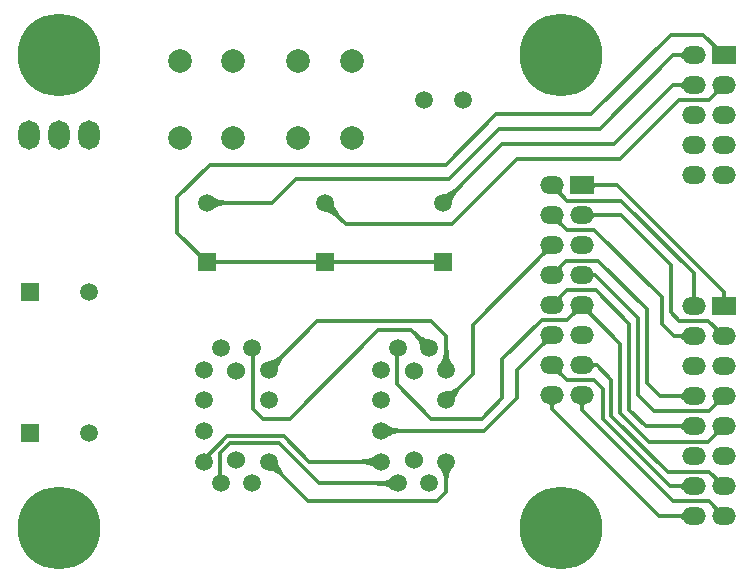
<source format=gbl>
G04 Layer_Physical_Order=2*
G04 Layer_Color=16711680*
%FSAX43Y43*%
%MOMM*%
G71*
G01*
G75*
%ADD10C,0.300*%
%ADD11C,7.000*%
%ADD12C,1.500*%
%ADD13C,1.524*%
%ADD14R,1.500X1.500*%
%ADD15C,2.000*%
%ADD16R,1.500X1.500*%
%ADD17O,1.800X2.500*%
%ADD18O,2.000X1.500*%
%ADD19R,2.000X1.500*%
G36*
X-0007224Y0015831D02*
X-0007227Y0015860D01*
X-0007238Y0015885D01*
X-0007256Y0015907D01*
X-0007280Y0015927D01*
X-0007312Y0015943D01*
X-0007350Y0015956D01*
X-0007396Y0015967D01*
X-0007449Y0015974D01*
X-0007508Y0015979D01*
X-0007575Y0015980D01*
Y0016280D01*
X-0007508Y0016281D01*
X-0007396Y0016293D01*
X-0007350Y0016304D01*
X-0007312Y0016317D01*
X-0007280Y0016333D01*
X-0007256Y0016353D01*
X-0007238Y0016375D01*
X-0007227Y0016400D01*
X-0007224Y0016429D01*
Y0015831D01*
D02*
G37*
G36*
X-0017456Y0018310D02*
X-0017472Y0018289D01*
X-0017479Y0018265D01*
X-0017479Y0018238D01*
X-0017472Y0018207D01*
X-0017456Y0018172D01*
X-0017433Y0018134D01*
X-0017402Y0018093D01*
X-0017364Y0018048D01*
X-0017318Y0018000D01*
X-0017584Y0017841D01*
X-0017633Y0017889D01*
X-0017725Y0017964D01*
X-0017767Y0017992D01*
X-0017807Y0018013D01*
X-0017845Y0018027D01*
X-0017880Y0018035D01*
X-0017913Y0018037D01*
X-0017943Y0018031D01*
X-0017971Y0018019D01*
X-0017433Y0018327D01*
X-0017456Y0018310D01*
D02*
G37*
G36*
X-0025544Y0017243D02*
X-0025724Y0017058D01*
X-0026152Y0016556D01*
X-0026257Y0016406D01*
X-0026343Y0016265D01*
X-0026411Y0016132D01*
X-0026459Y0016009D01*
X-0026489Y0015894D01*
X-0026500Y0015788D01*
X-0027207Y0016549D01*
X-0027100Y0016553D01*
X-0026984Y0016576D01*
X-0026860Y0016619D01*
X-0026727Y0016681D01*
X-0026585Y0016763D01*
X-0026434Y0016865D01*
X-0026275Y0016986D01*
X-0025931Y0017286D01*
X-0025746Y0017466D01*
X-0025544Y0017243D01*
D02*
G37*
G36*
X-0015479Y0015474D02*
X-0015504Y0015465D01*
X-0015527Y0015450D01*
X-0015546Y0015428D01*
X-0015563Y0015400D01*
X-0015576Y0015367D01*
X-0015587Y0015326D01*
X-0015594Y0015280D01*
X-0015599Y0015228D01*
X-0015600Y0015169D01*
X-0015900D01*
X-0015901Y0015228D01*
X-0015906Y0015280D01*
X-0015913Y0015326D01*
X-0015924Y0015367D01*
X-0015937Y0015400D01*
X-0015954Y0015428D01*
X-0015973Y0015450D01*
X-0015996Y0015465D01*
X-0016021Y0015474D01*
X-0016050Y0015477D01*
X-0015450D01*
X-0015479Y0015474D01*
D02*
G37*
G36*
X-0004069Y0015389D02*
X-0004097Y0015401D01*
X-0004127Y0015407D01*
X-0004160Y0015405D01*
X-0004195Y0015397D01*
X-0004233Y0015383D01*
X-0004273Y0015362D01*
X-0004315Y0015334D01*
X-0004360Y0015300D01*
X-0004407Y0015259D01*
X-0004456Y0015211D01*
X-0004722Y0015370D01*
X-0004676Y0015418D01*
X-0004638Y0015463D01*
X-0004607Y0015504D01*
X-0004584Y0015542D01*
X-0004568Y0015577D01*
X-0004561Y0015608D01*
X-0004561Y0015635D01*
X-0004568Y0015659D01*
X-0004584Y0015680D01*
X-0004607Y0015697D01*
X-0004069Y0015389D01*
D02*
G37*
G36*
X-0040564Y0019874D02*
X-0040743Y0019690D01*
X-0041165Y0019188D01*
X-0041269Y0019037D01*
X-0041353Y0018894D01*
X-0041418Y0018760D01*
X-0041464Y0018634D01*
X-0041492Y0018517D01*
X-0041500Y0018407D01*
X-0042243Y0019150D01*
X-0042133Y0019158D01*
X-0042016Y0019186D01*
X-0041890Y0019232D01*
X-0041756Y0019297D01*
X-0041613Y0019381D01*
X-0041462Y0019485D01*
X-0041303Y0019607D01*
X-0040960Y0019907D01*
X-0040776Y0020086D01*
X-0040564Y0019874D01*
D02*
G37*
G36*
X-0018609Y0020559D02*
X-0018637Y0020571D01*
X-0018667Y0020577D01*
X-0018700Y0020575D01*
X-0018735Y0020567D01*
X-0018773Y0020553D01*
X-0018813Y0020532D01*
X-0018855Y0020504D01*
X-0018900Y0020470D01*
X-0018947Y0020429D01*
X-0018996Y0020381D01*
X-0019262Y0020540D01*
X-0019216Y0020588D01*
X-0019178Y0020633D01*
X-0019147Y0020674D01*
X-0019124Y0020712D01*
X-0019108Y0020747D01*
X-0019101Y0020778D01*
X-0019101Y0020805D01*
X-0019108Y0020829D01*
X-0019124Y0020850D01*
X-0019147Y0020867D01*
X-0018609Y0020559D01*
D02*
G37*
G36*
X-0007224Y0020911D02*
X-0007227Y0020940D01*
X-0007238Y0020965D01*
X-0007256Y0020987D01*
X-0007280Y0021007D01*
X-0007312Y0021023D01*
X-0007350Y0021036D01*
X-0007396Y0021047D01*
X-0007449Y0021054D01*
X-0007508Y0021059D01*
X-0007575Y0021060D01*
Y0021360D01*
X-0007508Y0021361D01*
X-0007396Y0021373D01*
X-0007350Y0021384D01*
X-0007312Y0021397D01*
X-0007280Y0021413D01*
X-0007256Y0021433D01*
X-0007238Y0021455D01*
X-0007227Y0021480D01*
X-0007224Y0021509D01*
Y0020911D01*
D02*
G37*
G36*
X-0029919Y0021686D02*
X-0029451Y0021287D01*
X-0029313Y0021192D01*
X-0029186Y0021116D01*
X-0029067Y0021058D01*
X-0028958Y0021019D01*
X-0028858Y0020998D01*
X-0028768Y0020997D01*
X-0029447Y0020318D01*
X-0029448Y0020408D01*
X-0029469Y0020508D01*
X-0029508Y0020617D01*
X-0029566Y0020736D01*
X-0029642Y0020863D01*
X-0029737Y0021001D01*
X-0029852Y0021147D01*
X-0030136Y0021469D01*
X-0030306Y0021644D01*
X-0030094Y0021856D01*
X-0029919Y0021686D01*
D02*
G37*
G36*
X-0014792Y0018982D02*
X-0014784Y0018967D01*
X-0014769Y0018953D01*
X-0014749Y0018942D01*
X-0014724Y0018932D01*
X-0014692Y0018924D01*
X-0014655Y0018918D01*
X-0014613Y0018914D01*
X-0014510Y0018910D01*
Y0018610D01*
X-0014564Y0018609D01*
X-0014655Y0018602D01*
X-0014692Y0018596D01*
X-0014724Y0018588D01*
X-0014749Y0018578D01*
X-0014769Y0018567D01*
X-0014784Y0018553D01*
X-0014792Y0018538D01*
X-0014795Y0018521D01*
Y0018999D01*
X-0014792Y0018982D01*
D02*
G37*
G36*
X-0027096Y0020378D02*
X-0027040Y0019724D01*
X-0027006Y0019544D01*
X-0026965Y0019384D01*
X-0026916Y0019243D01*
X-0026860Y0019121D01*
X-0026796Y0019019D01*
X-0026725Y0018936D01*
X-0027775D01*
X-0027704Y0019019D01*
X-0027640Y0019121D01*
X-0027584Y0019243D01*
X-0027535Y0019384D01*
X-0027494Y0019544D01*
X-0027460Y0019724D01*
X-0027434Y0019923D01*
X-0027404Y0020378D01*
X-0027400Y0020635D01*
X-0027100D01*
X-0027096Y0020378D01*
D02*
G37*
G36*
X-0018019Y0015474D02*
X-0018044Y0015465D01*
X-0018067Y0015450D01*
X-0018086Y0015428D01*
X-0018103Y0015400D01*
X-0018116Y0015367D01*
X-0018127Y0015326D01*
X-0018134Y0015280D01*
X-0018139Y0015228D01*
X-0018140Y0015169D01*
X-0018440D01*
X-0018441Y0015228D01*
X-0018446Y0015280D01*
X-0018453Y0015326D01*
X-0018464Y0015367D01*
X-0018477Y0015400D01*
X-0018494Y0015428D01*
X-0018513Y0015450D01*
X-0018536Y0015465D01*
X-0018561Y0015474D01*
X-0018590Y0015477D01*
X-0017990D01*
X-0018019Y0015474D01*
D02*
G37*
G36*
X-0031836Y0008225D02*
X-0031919Y0008296D01*
X-0032021Y0008360D01*
X-0032143Y0008416D01*
X-0032284Y0008465D01*
X-0032444Y0008506D01*
X-0032624Y0008540D01*
X-0032823Y0008566D01*
X-0033278Y0008596D01*
X-0033535Y0008600D01*
Y0008900D01*
X-0033278Y0008904D01*
X-0032624Y0008960D01*
X-0032444Y0008994D01*
X-0032284Y0009035D01*
X-0032143Y0009084D01*
X-0032021Y0009140D01*
X-0031919Y0009204D01*
X-0031836Y0009275D01*
Y0008225D01*
D02*
G37*
G36*
X-0026796Y0009981D02*
X-0026860Y0009879D01*
X-0026916Y0009757D01*
X-0026965Y0009616D01*
X-0027006Y0009456D01*
X-0027040Y0009276D01*
X-0027066Y0009077D01*
X-0027096Y0008622D01*
X-0027100Y0008365D01*
X-0027400D01*
X-0027404Y0008622D01*
X-0027460Y0009276D01*
X-0027494Y0009456D01*
X-0027535Y0009616D01*
X-0027584Y0009757D01*
X-0027640Y0009879D01*
X-0027704Y0009981D01*
X-0027775Y0010064D01*
X-0026725D01*
X-0026796Y0009981D01*
D02*
G37*
G36*
X-0007224Y0008211D02*
X-0007227Y0008240D01*
X-0007238Y0008265D01*
X-0007256Y0008287D01*
X-0007280Y0008307D01*
X-0007312Y0008323D01*
X-0007350Y0008336D01*
X-0007396Y0008347D01*
X-0007449Y0008354D01*
X-0007508Y0008359D01*
X-0007575Y0008360D01*
Y0008660D01*
X-0007508Y0008661D01*
X-0007396Y0008673D01*
X-0007350Y0008684D01*
X-0007312Y0008697D01*
X-0007280Y0008713D01*
X-0007256Y0008733D01*
X-0007238Y0008755D01*
X-0007227Y0008780D01*
X-0007224Y0008809D01*
Y0008211D01*
D02*
G37*
G36*
Y0005671D02*
X-0007227Y0005700D01*
X-0007238Y0005725D01*
X-0007256Y0005747D01*
X-0007280Y0005767D01*
X-0007312Y0005783D01*
X-0007350Y0005796D01*
X-0007396Y0005807D01*
X-0007449Y0005814D01*
X-0007508Y0005819D01*
X-0007575Y0005820D01*
Y0006120D01*
X-0007508Y0006121D01*
X-0007396Y0006133D01*
X-0007350Y0006144D01*
X-0007312Y0006157D01*
X-0007280Y0006173D01*
X-0007256Y0006193D01*
X-0007238Y0006215D01*
X-0007227Y0006240D01*
X-0007224Y0006269D01*
Y0005671D01*
D02*
G37*
G36*
X-0004407Y0006841D02*
X-0004315Y0006766D01*
X-0004273Y0006738D01*
X-0004233Y0006717D01*
X-0004195Y0006703D01*
X-0004160Y0006695D01*
X-0004127Y0006693D01*
X-0004097Y0006699D01*
X-0004069Y0006711D01*
X-0004607Y0006403D01*
X-0004584Y0006420D01*
X-0004568Y0006441D01*
X-0004561Y0006465D01*
X-0004561Y0006492D01*
X-0004568Y0006523D01*
X-0004584Y0006558D01*
X-0004607Y0006596D01*
X-0004638Y0006637D01*
X-0004676Y0006682D01*
X-0004722Y0006730D01*
X-0004456Y0006889D01*
X-0004407Y0006841D01*
D02*
G37*
G36*
X-0041492Y0010483D02*
X-0041464Y0010366D01*
X-0041418Y0010240D01*
X-0041353Y0010106D01*
X-0041269Y0009963D01*
X-0041165Y0009812D01*
X-0041043Y0009653D01*
X-0040743Y0009310D01*
X-0040564Y0009126D01*
X-0040776Y0008914D01*
X-0040960Y0009093D01*
X-0041462Y0009515D01*
X-0041613Y0009619D01*
X-0041756Y0009703D01*
X-0041890Y0009768D01*
X-0042016Y0009814D01*
X-0042133Y0009842D01*
X-0042243Y0009850D01*
X-0041500Y0010592D01*
X-0041492Y0010483D01*
D02*
G37*
G36*
X-0004069Y0012849D02*
X-0004097Y0012861D01*
X-0004127Y0012867D01*
X-0004160Y0012865D01*
X-0004195Y0012857D01*
X-0004233Y0012843D01*
X-0004273Y0012822D01*
X-0004315Y0012794D01*
X-0004360Y0012760D01*
X-0004407Y0012719D01*
X-0004456Y0012671D01*
X-0004722Y0012830D01*
X-0004676Y0012878D01*
X-0004638Y0012923D01*
X-0004607Y0012964D01*
X-0004584Y0013002D01*
X-0004568Y0013037D01*
X-0004561Y0013068D01*
X-0004561Y0013095D01*
X-0004568Y0013119D01*
X-0004584Y0013140D01*
X-0004607Y0013157D01*
X-0004069Y0012849D01*
D02*
G37*
G36*
X-0007224Y0013291D02*
X-0007227Y0013320D01*
X-0007238Y0013345D01*
X-0007256Y0013367D01*
X-0007280Y0013387D01*
X-0007312Y0013403D01*
X-0007350Y0013416D01*
X-0007396Y0013427D01*
X-0007449Y0013434D01*
X-0007508Y0013439D01*
X-0007575Y0013440D01*
Y0013740D01*
X-0007508Y0013741D01*
X-0007396Y0013753D01*
X-0007350Y0013764D01*
X-0007312Y0013777D01*
X-0007280Y0013793D01*
X-0007256Y0013813D01*
X-0007238Y0013835D01*
X-0007227Y0013860D01*
X-0007224Y0013889D01*
Y0013291D01*
D02*
G37*
G36*
X-0032131Y0013654D02*
X-0032029Y0013590D01*
X-0031907Y0013534D01*
X-0031766Y0013485D01*
X-0031606Y0013444D01*
X-0031426Y0013410D01*
X-0031227Y0013384D01*
X-0030772Y0013354D01*
X-0030515Y0013350D01*
Y0013050D01*
X-0030772Y0013046D01*
X-0031426Y0012990D01*
X-0031606Y0012956D01*
X-0031766Y0012915D01*
X-0031907Y0012866D01*
X-0032029Y0012810D01*
X-0032131Y0012746D01*
X-0032214Y0012675D01*
Y0013725D01*
X-0032131Y0013654D01*
D02*
G37*
G36*
X-0004407Y0009381D02*
X-0004315Y0009306D01*
X-0004273Y0009278D01*
X-0004233Y0009257D01*
X-0004195Y0009243D01*
X-0004160Y0009235D01*
X-0004127Y0009233D01*
X-0004097Y0009239D01*
X-0004069Y0009251D01*
X-0004607Y0008943D01*
X-0004584Y0008960D01*
X-0004568Y0008981D01*
X-0004561Y0009005D01*
X-0004561Y0009032D01*
X-0004568Y0009063D01*
X-0004584Y0009098D01*
X-0004607Y0009136D01*
X-0004638Y0009177D01*
X-0004676Y0009222D01*
X-0004722Y0009270D01*
X-0004456Y0009429D01*
X-0004407Y0009381D01*
D02*
G37*
G36*
X-0033286Y0010075D02*
X-0033369Y0010146D01*
X-0033471Y0010210D01*
X-0033593Y0010266D01*
X-0033734Y0010315D01*
X-0033894Y0010356D01*
X-0034074Y0010390D01*
X-0034273Y0010416D01*
X-0034728Y0010446D01*
X-0034985Y0010450D01*
Y0010750D01*
X-0034728Y0010754D01*
X-0034074Y0010810D01*
X-0033894Y0010844D01*
X-0033734Y0010885D01*
X-0033593Y0010934D01*
X-0033471Y0010990D01*
X-0033369Y0011054D01*
X-0033286Y0011125D01*
Y0010075D01*
D02*
G37*
G36*
X-0004407Y0022081D02*
X-0004315Y0022006D01*
X-0004273Y0021978D01*
X-0004233Y0021957D01*
X-0004195Y0021943D01*
X-0004160Y0021935D01*
X-0004127Y0021933D01*
X-0004097Y0021939D01*
X-0004069Y0021951D01*
X-0004607Y0021643D01*
X-0004584Y0021660D01*
X-0004568Y0021681D01*
X-0004561Y0021705D01*
X-0004561Y0021732D01*
X-0004568Y0021763D01*
X-0004584Y0021798D01*
X-0004607Y0021836D01*
X-0004638Y0021877D01*
X-0004676Y0021922D01*
X-0004722Y0021970D01*
X-0004456Y0022129D01*
X-0004407Y0022081D01*
D02*
G37*
G36*
X-0046881Y0032954D02*
X-0046779Y0032890D01*
X-0046657Y0032834D01*
X-0046516Y0032785D01*
X-0046356Y0032744D01*
X-0046176Y0032710D01*
X-0045977Y0032684D01*
X-0045522Y0032654D01*
X-0045265Y0032650D01*
Y0032350D01*
X-0045522Y0032346D01*
X-0046176Y0032290D01*
X-0046356Y0032256D01*
X-0046516Y0032215D01*
X-0046657Y0032166D01*
X-0046779Y0032110D01*
X-0046881Y0032046D01*
X-0046964Y0031975D01*
Y0033025D01*
X-0046881Y0032954D01*
D02*
G37*
G36*
X-0025814Y0033974D02*
X-0025993Y0033790D01*
X-0026415Y0033288D01*
X-0026519Y0033137D01*
X-0026603Y0032994D01*
X-0026668Y0032860D01*
X-0026714Y0032734D01*
X-0026742Y0032617D01*
X-0026750Y0032507D01*
X-0027493Y0033250D01*
X-0027383Y0033258D01*
X-0027266Y0033286D01*
X-0027140Y0033332D01*
X-0027006Y0033397D01*
X-0026863Y0033481D01*
X-0026712Y0033585D01*
X-0026553Y0033707D01*
X-0026210Y0034007D01*
X-0026026Y0034186D01*
X-0025814Y0033974D01*
D02*
G37*
G36*
X-0014813Y0031730D02*
X-0014802Y0031705D01*
X-0014784Y0031683D01*
X-0014760Y0031663D01*
X-0014728Y0031647D01*
X-0014690Y0031634D01*
X-0014644Y0031623D01*
X-0014591Y0031616D01*
X-0014532Y0031611D01*
X-0014465Y0031610D01*
Y0031310D01*
X-0014532Y0031309D01*
X-0014644Y0031297D01*
X-0014690Y0031286D01*
X-0014728Y0031273D01*
X-0014760Y0031257D01*
X-0014784Y0031237D01*
X-0014802Y0031215D01*
X-0014813Y0031190D01*
X-0014816Y0031161D01*
Y0031759D01*
X-0014813Y0031730D01*
D02*
G37*
G36*
X-0017456Y0031010D02*
X-0017472Y0030989D01*
X-0017479Y0030965D01*
X-0017479Y0030938D01*
X-0017472Y0030907D01*
X-0017456Y0030872D01*
X-0017433Y0030834D01*
X-0017402Y0030793D01*
X-0017364Y0030748D01*
X-0017318Y0030700D01*
X-0017584Y0030541D01*
X-0017633Y0030589D01*
X-0017725Y0030664D01*
X-0017767Y0030692D01*
X-0017807Y0030713D01*
X-0017845Y0030727D01*
X-0017880Y0030735D01*
X-0017913Y0030737D01*
X-0017943Y0030731D01*
X-0017971Y0030719D01*
X-0017433Y0031027D01*
X-0017456Y0031010D01*
D02*
G37*
G36*
X-0036742Y0032383D02*
X-0036714Y0032266D01*
X-0036668Y0032140D01*
X-0036603Y0032006D01*
X-0036519Y0031863D01*
X-0036415Y0031712D01*
X-0036293Y0031553D01*
X-0035993Y0031210D01*
X-0035814Y0031026D01*
X-0036026Y0030814D01*
X-0036210Y0030993D01*
X-0036712Y0031415D01*
X-0036863Y0031519D01*
X-0037006Y0031603D01*
X-0037140Y0031668D01*
X-0037266Y0031714D01*
X-0037383Y0031742D01*
X-0037493Y0031750D01*
X-0036750Y0032493D01*
X-0036742Y0032383D01*
D02*
G37*
G36*
X-0017456Y0033550D02*
X-0017472Y0033529D01*
X-0017479Y0033505D01*
X-0017479Y0033478D01*
X-0017472Y0033447D01*
X-0017456Y0033412D01*
X-0017433Y0033374D01*
X-0017402Y0033333D01*
X-0017364Y0033288D01*
X-0017318Y0033240D01*
X-0017584Y0033081D01*
X-0017633Y0033129D01*
X-0017725Y0033204D01*
X-0017767Y0033232D01*
X-0017807Y0033253D01*
X-0017845Y0033267D01*
X-0017880Y0033275D01*
X-0017913Y0033277D01*
X-0017943Y0033271D01*
X-0017971Y0033259D01*
X-0017433Y0033567D01*
X-0017456Y0033550D01*
D02*
G37*
G36*
X-0007224Y0044701D02*
X-0007227Y0044730D01*
X-0007238Y0044755D01*
X-0007256Y0044777D01*
X-0007280Y0044797D01*
X-0007312Y0044813D01*
X-0007350Y0044826D01*
X-0007396Y0044837D01*
X-0007449Y0044844D01*
X-0007508Y0044849D01*
X-0007575Y0044850D01*
Y0045150D01*
X-0007508Y0045151D01*
X-0007396Y0045163D01*
X-0007350Y0045174D01*
X-0007312Y0045187D01*
X-0007280Y0045203D01*
X-0007256Y0045223D01*
X-0007238Y0045245D01*
X-0007227Y0045270D01*
X-0007224Y0045299D01*
Y0044701D01*
D02*
G37*
G36*
X-0004454Y0045918D02*
X-0004411Y0045882D01*
X-0004369Y0045849D01*
X-0004326Y0045822D01*
X-0004284Y0045798D01*
X-0004241Y0045779D01*
X-0004199Y0045763D01*
X-0004157Y0045753D01*
X-0004114Y0045746D01*
X-0004072Y0045744D01*
X-0004747Y0045747D01*
X-0004748Y0045756D01*
X-0004754Y0045767D01*
X-0004762Y0045782D01*
X-0004775Y0045799D01*
X-0004809Y0045841D01*
X-0004858Y0045895D01*
X-0004921Y0045959D01*
X-0004497D01*
X-0004454Y0045918D01*
D02*
G37*
G36*
X-0007224Y0042161D02*
X-0007227Y0042190D01*
X-0007238Y0042215D01*
X-0007256Y0042237D01*
X-0007280Y0042257D01*
X-0007312Y0042273D01*
X-0007350Y0042286D01*
X-0007396Y0042297D01*
X-0007449Y0042304D01*
X-0007508Y0042309D01*
X-0007575Y0042310D01*
Y0042610D01*
X-0007508Y0042611D01*
X-0007396Y0042623D01*
X-0007350Y0042634D01*
X-0007312Y0042647D01*
X-0007280Y0042663D01*
X-0007256Y0042683D01*
X-0007238Y0042705D01*
X-0007227Y0042730D01*
X-0007224Y0042759D01*
Y0042161D01*
D02*
G37*
G36*
X-0014753Y0034271D02*
X-0014744Y0034246D01*
X-0014729Y0034223D01*
X-0014708Y0034204D01*
X-0014681Y0034188D01*
X-0014647Y0034174D01*
X-0014608Y0034164D01*
X-0014562Y0034156D01*
X-0014511Y0034152D01*
X-0014453Y0034150D01*
Y0033850D01*
X-0014511Y0033848D01*
X-0014562Y0033844D01*
X-0014608Y0033836D01*
X-0014647Y0033826D01*
X-0014681Y0033812D01*
X-0014708Y0033796D01*
X-0014729Y0033777D01*
X-0014744Y0033754D01*
X-0014753Y0033729D01*
X-0014756Y0033700D01*
Y0034300D01*
X-0014753Y0034271D01*
D02*
G37*
G36*
X-0004069Y0041719D02*
X-0004097Y0041731D01*
X-0004127Y0041737D01*
X-0004160Y0041735D01*
X-0004195Y0041727D01*
X-0004233Y0041713D01*
X-0004273Y0041692D01*
X-0004315Y0041664D01*
X-0004360Y0041630D01*
X-0004407Y0041589D01*
X-0004456Y0041541D01*
X-0004722Y0041700D01*
X-0004676Y0041748D01*
X-0004638Y0041793D01*
X-0004607Y0041834D01*
X-0004584Y0041872D01*
X-0004568Y0041907D01*
X-0004561Y0041938D01*
X-0004561Y0041965D01*
X-0004568Y0041989D01*
X-0004584Y0042010D01*
X-0004607Y0042027D01*
X-0004069Y0041719D01*
D02*
G37*
G36*
X-0018609Y0028179D02*
X-0018637Y0028191D01*
X-0018667Y0028197D01*
X-0018700Y0028195D01*
X-0018735Y0028187D01*
X-0018773Y0028173D01*
X-0018813Y0028152D01*
X-0018855Y0028124D01*
X-0018900Y0028090D01*
X-0018947Y0028049D01*
X-0018996Y0028001D01*
X-0019262Y0028160D01*
X-0019216Y0028208D01*
X-0019178Y0028253D01*
X-0019147Y0028294D01*
X-0019124Y0028332D01*
X-0019108Y0028367D01*
X-0019101Y0028398D01*
X-0019101Y0028425D01*
X-0019108Y0028449D01*
X-0019124Y0028470D01*
X-0019147Y0028487D01*
X-0018609Y0028179D01*
D02*
G37*
G36*
X-0003599Y0024739D02*
X-0003594Y0024688D01*
X-0003586Y0024642D01*
X-0003576Y0024603D01*
X-0003562Y0024569D01*
X-0003546Y0024542D01*
X-0003526Y0024521D01*
X-0003504Y0024506D01*
X-0003478Y0024497D01*
X-0003450Y0024494D01*
X-0004050D01*
X-0004022Y0024497D01*
X-0003996Y0024506D01*
X-0003974Y0024521D01*
X-0003954Y0024542D01*
X-0003938Y0024569D01*
X-0003924Y0024603D01*
X-0003914Y0024642D01*
X-0003906Y0024688D01*
X-0003901Y0024739D01*
X-0003900Y0024797D01*
X-0003600D01*
X-0003599Y0024739D01*
D02*
G37*
G36*
X-0017318Y0024600D02*
X-0017364Y0024552D01*
X-0017402Y0024507D01*
X-0017433Y0024466D01*
X-0017456Y0024428D01*
X-0017472Y0024393D01*
X-0017479Y0024362D01*
X-0017479Y0024335D01*
X-0017472Y0024311D01*
X-0017456Y0024290D01*
X-0017433Y0024273D01*
X-0017971Y0024581D01*
X-0017943Y0024569D01*
X-0017913Y0024563D01*
X-0017880Y0024565D01*
X-0017845Y0024573D01*
X-0017807Y0024587D01*
X-0017767Y0024608D01*
X-0017725Y0024636D01*
X-0017680Y0024670D01*
X-0017633Y0024711D01*
X-0017584Y0024759D01*
X-0017318Y0024600D01*
D02*
G37*
G36*
X-0006139Y0024742D02*
X-0006134Y0024690D01*
X-0006127Y0024643D01*
X-0006116Y0024603D01*
X-0006103Y0024570D01*
X-0006086Y0024542D01*
X-0006067Y0024520D01*
X-0006044Y0024505D01*
X-0006019Y0024496D01*
X-0005990Y0024493D01*
X-0006590D01*
X-0006561Y0024496D01*
X-0006536Y0024505D01*
X-0006513Y0024520D01*
X-0006494Y0024542D01*
X-0006477Y0024570D01*
X-0006464Y0024603D01*
X-0006453Y0024643D01*
X-0006446Y0024690D01*
X-0006442Y0024742D01*
X-0006440Y0024801D01*
X-0006140D01*
X-0006139Y0024742D01*
D02*
G37*
G36*
X-0014916Y0023390D02*
X-0014932Y0023369D01*
X-0014939Y0023345D01*
X-0014939Y0023318D01*
X-0014932Y0023287D01*
X-0014916Y0023252D01*
X-0014893Y0023214D01*
X-0014862Y0023173D01*
X-0014824Y0023128D01*
X-0014778Y0023080D01*
X-0015044Y0022921D01*
X-0015093Y0022969D01*
X-0015185Y0023044D01*
X-0015227Y0023072D01*
X-0015267Y0023093D01*
X-0015305Y0023107D01*
X-0015340Y0023115D01*
X-0015373Y0023117D01*
X-0015403Y0023111D01*
X-0015431Y0023099D01*
X-0014893Y0023407D01*
X-0014916Y0023390D01*
D02*
G37*
G36*
X-0016069Y0023099D02*
X-0016097Y0023111D01*
X-0016127Y0023117D01*
X-0016160Y0023115D01*
X-0016195Y0023107D01*
X-0016233Y0023093D01*
X-0016273Y0023072D01*
X-0016315Y0023044D01*
X-0016360Y0023010D01*
X-0016407Y0022969D01*
X-0016456Y0022921D01*
X-0016722Y0023080D01*
X-0016676Y0023128D01*
X-0016638Y0023173D01*
X-0016607Y0023214D01*
X-0016584Y0023252D01*
X-0016568Y0023287D01*
X-0016561Y0023318D01*
X-0016561Y0023345D01*
X-0016568Y0023369D01*
X-0016584Y0023390D01*
X-0016607Y0023407D01*
X-0016069Y0023099D01*
D02*
G37*
G36*
X-0017318Y0027140D02*
X-0017364Y0027092D01*
X-0017402Y0027047D01*
X-0017433Y0027006D01*
X-0017456Y0026968D01*
X-0017472Y0026933D01*
X-0017479Y0026902D01*
X-0017479Y0026875D01*
X-0017472Y0026851D01*
X-0017456Y0026830D01*
X-0017433Y0026813D01*
X-0017971Y0027121D01*
X-0017943Y0027109D01*
X-0017913Y0027103D01*
X-0017880Y0027105D01*
X-0017845Y0027113D01*
X-0017807Y0027127D01*
X-0017767Y0027148D01*
X-0017725Y0027176D01*
X-0017680Y0027210D01*
X-0017633Y0027251D01*
X-0017584Y0027299D01*
X-0017318Y0027140D01*
D02*
G37*
G36*
X-0028244Y0027200D02*
X-0028247Y0027229D01*
X-0028256Y0027254D01*
X-0028271Y0027277D01*
X-0028292Y0027296D01*
X-0028319Y0027312D01*
X-0028353Y0027326D01*
X-0028392Y0027337D01*
X-0028438Y0027344D01*
X-0028489Y0027348D01*
X-0028547Y0027350D01*
Y0027650D01*
X-0028489Y0027652D01*
X-0028438Y0027656D01*
X-0028392Y0027663D01*
X-0028353Y0027674D01*
X-0028319Y0027688D01*
X-0028292Y0027704D01*
X-0028271Y0027723D01*
X-0028256Y0027746D01*
X-0028247Y0027771D01*
X-0028244Y0027800D01*
Y0027200D01*
D02*
G37*
G36*
X-0048185Y0028399D02*
X-0048074Y0028305D01*
X-0048025Y0028271D01*
X-0047981Y0028245D01*
X-0047940Y0028228D01*
X-0047905Y0028219D01*
X-0047873Y0028219D01*
X-0047845Y0028227D01*
X-0047822Y0028244D01*
X-0048244Y0027822D01*
X-0048227Y0027845D01*
X-0048219Y0027873D01*
X-0048219Y0027905D01*
X-0048228Y0027941D01*
X-0048245Y0027981D01*
X-0048271Y0028025D01*
X-0048305Y0028074D01*
X-0048348Y0028127D01*
X-0048459Y0028247D01*
X-0048247Y0028459D01*
X-0048185Y0028399D01*
D02*
G37*
G36*
X-0036753Y0027771D02*
X-0036744Y0027746D01*
X-0036729Y0027723D01*
X-0036708Y0027704D01*
X-0036681Y0027688D01*
X-0036647Y0027674D01*
X-0036608Y0027663D01*
X-0036562Y0027656D01*
X-0036511Y0027652D01*
X-0036453Y0027650D01*
Y0027350D01*
X-0036511Y0027348D01*
X-0036562Y0027344D01*
X-0036608Y0027337D01*
X-0036647Y0027326D01*
X-0036681Y0027312D01*
X-0036708Y0027296D01*
X-0036729Y0027277D01*
X-0036744Y0027254D01*
X-0036753Y0027229D01*
X-0036756Y0027200D01*
Y0027800D01*
X-0036753Y0027771D01*
D02*
G37*
G36*
X-0046753D02*
X-0046744Y0027746D01*
X-0046729Y0027723D01*
X-0046708Y0027704D01*
X-0046681Y0027688D01*
X-0046647Y0027674D01*
X-0046608Y0027663D01*
X-0046562Y0027656D01*
X-0046511Y0027652D01*
X-0046453Y0027650D01*
Y0027350D01*
X-0046511Y0027348D01*
X-0046562Y0027344D01*
X-0046608Y0027337D01*
X-0046647Y0027326D01*
X-0046681Y0027312D01*
X-0046708Y0027296D01*
X-0046729Y0027277D01*
X-0046744Y0027254D01*
X-0046753Y0027229D01*
X-0046756Y0027200D01*
Y0027800D01*
X-0046753Y0027771D01*
D02*
G37*
G36*
X-0038244Y0027200D02*
X-0038247Y0027229D01*
X-0038256Y0027254D01*
X-0038271Y0027277D01*
X-0038292Y0027296D01*
X-0038319Y0027312D01*
X-0038353Y0027326D01*
X-0038392Y0027337D01*
X-0038438Y0027344D01*
X-0038489Y0027348D01*
X-0038547Y0027350D01*
Y0027650D01*
X-0038489Y0027652D01*
X-0038438Y0027656D01*
X-0038392Y0027663D01*
X-0038353Y0027674D01*
X-0038319Y0027688D01*
X-0038292Y0027704D01*
X-0038271Y0027723D01*
X-0038256Y0027746D01*
X-0038247Y0027771D01*
X-0038244Y0027800D01*
Y0027200D01*
D02*
G37*
D10*
X-0021250Y0018340D02*
X-0018290Y0021300D01*
X-0021250Y0016000D02*
Y0018340D01*
X-0024050Y0013200D02*
X-0021250Y0016000D01*
X-0032750Y0013200D02*
X-0024050D01*
X-0024250Y0014250D02*
X-0022500Y0016000D01*
X-0028500Y0014250D02*
X-0024250D01*
X-0031404Y0017154D02*
X-0028500Y0014250D01*
X-0022500Y0016000D02*
Y0019250D01*
X-0025000Y0022210D02*
X-0018290Y0028920D01*
X-0025000Y0018000D02*
Y0022210D01*
X-0023000Y0040000D02*
X-0015000D01*
X-0027250Y0035750D02*
X-0023000Y0040000D01*
X-0047250Y0035750D02*
X-0027250D01*
X-0027000Y0034500D02*
X-0022750Y0038750D01*
X-0040000Y0034500D02*
X-0027000D01*
X-0037500Y0027500D02*
X-0027500D01*
X-0047500D02*
X-0037500D01*
X-0005500Y0046750D02*
X-0003750Y0045000D01*
X-0008250Y0046750D02*
X-0005500D01*
X-0015000Y0040000D02*
X-0008250Y0046750D01*
X-0050000Y0033000D02*
X-0047250Y0035750D01*
X-0050000Y0030000D02*
Y0033000D01*
Y0030000D02*
X-0047500Y0027500D01*
X-0042000Y0032500D02*
X-0040000Y0034500D01*
X-0047500Y0032500D02*
X-0042000D01*
X-0021250Y0036250D02*
X-0012500D01*
X-0026750Y0030750D02*
X-0021250Y0036250D01*
X-0035750Y0030750D02*
X-0026750D01*
X-0037500Y0032500D02*
X-0035750Y0030750D01*
X-0013000Y0037500D02*
X-0008040Y0042460D01*
X-0022500Y0037500D02*
X-0013000D01*
X-0027500Y0032500D02*
X-0022500Y0037500D01*
X-0008040Y0042460D02*
X-0006290D01*
X-0043700Y0020250D02*
X-0043596D01*
Y0015096D02*
X-0042750Y0014250D01*
X-0040500D01*
X-0033000Y0021750D01*
X-0030200D01*
X-0028700Y0020250D01*
X-0042250Y0018400D02*
X-0038150Y0022500D01*
X-0028500D01*
X-0027250Y0021250D01*
Y0018400D02*
Y0021250D01*
X-0041000Y0012750D02*
X-0038850Y0010600D01*
X-0045769Y0012750D02*
X-0041000D01*
X-0047750Y0010769D02*
X-0045769Y0012750D01*
X-0045582Y0012154D02*
X-0041404D01*
X-0046404Y0011332D02*
X-0045582Y0012154D01*
X-0041404D02*
X-0038000Y0008750D01*
X-0047750Y0010600D02*
Y0010769D01*
X-0038850Y0010600D02*
X-0032750D01*
X-0046404Y0008854D02*
X-0046300Y0008750D01*
X-0046404Y0008854D02*
Y0011332D01*
X-0038000Y0008750D02*
X-0031300D01*
X-0042250Y0010600D02*
X-0038900Y0007250D01*
X-0028000D01*
X-0027250Y0008000D01*
Y0010600D01*
X-0007960Y0021210D02*
X-0006290D01*
X-0009000Y0022250D02*
X-0007960Y0021210D01*
X-0009000Y0022250D02*
Y0024500D01*
X-0005040Y0022500D02*
X-0003750Y0021210D01*
X-0007500Y0022500D02*
X-0005040D01*
X-0008250Y0023250D02*
X-0007500Y0022500D01*
X-0008250Y0023250D02*
Y0027250D01*
X-0012460Y0031460D02*
X-0008250Y0027250D01*
X-0015750Y0031460D02*
X-0012460D01*
X-0006290Y0023750D02*
Y0026540D01*
X-0003750Y0023750D02*
Y0025000D01*
X-0012750Y0034000D02*
X-0003750Y0025000D01*
X-0015750Y0034000D02*
X-0012750D01*
X-0009130Y0016130D02*
X-0006290D01*
X-0010250Y0017250D02*
X-0009130Y0016130D01*
X-0010250Y0017250D02*
Y0023500D01*
X-0011000Y0016250D02*
Y0022750D01*
X-0014630Y0026380D02*
X-0011000Y0022750D01*
X-0015750Y0026380D02*
X-0014630D01*
X-0010340Y0013590D02*
X-0006290D01*
X-0011750Y0015000D02*
X-0010340Y0013590D01*
X-0011750Y0015000D02*
Y0022250D01*
X-0012500Y0014750D02*
Y0020590D01*
X-0015750Y0023840D02*
X-0012500Y0020590D01*
X-0015750Y0018760D02*
X-0014510D01*
X-0013250Y0017500D01*
Y0014500D02*
Y0017500D01*
Y0014500D02*
X-0008500Y0009750D01*
X-0004990D01*
X-0003750Y0008510D01*
X-0018290Y0018760D02*
X-0017030Y0017500D01*
X-0014750D01*
X-0014000Y0016750D01*
Y0014250D02*
Y0016750D01*
Y0014250D02*
X-0008260Y0008510D01*
X-0006290D01*
X-0015750Y0015000D02*
Y0016220D01*
Y0015000D02*
X-0008000Y0007250D01*
X-0005030D01*
X-0003750Y0005970D01*
X-0018290Y0015040D02*
Y0016220D01*
Y0015040D02*
X-0009220Y0005970D01*
X-0006290D01*
X-0031404Y0017154D02*
Y0020146D01*
X-0031300Y0020250D01*
X-0008000Y0045000D02*
X-0006290D01*
X-0022750Y0038750D02*
X-0014250D01*
X-0008000Y0045000D01*
X-0012500Y0014750D02*
X-0010050Y0012300D01*
X-0005040D01*
X-0003750Y0013590D01*
X-0011000Y0016250D02*
X-0009650Y0014900D01*
X-0004980D01*
X-0003750Y0016130D01*
X-0012500Y0036250D02*
X-0007550Y0041200D01*
X-0005010D01*
X-0003750Y0042460D01*
X-0018290Y0034000D02*
X-0016990Y0032700D01*
X-0012450D01*
X-0006290Y0026540D01*
X-0018290Y0031460D02*
X-0017030Y0030200D01*
X-0014700D01*
X-0009000Y0024500D01*
X-0018290Y0026380D02*
X-0017070Y0027600D01*
X-0014350D01*
X-0010250Y0023500D01*
X-0018290Y0023840D02*
X-0017030Y0025100D01*
X-0014600D01*
X-0011750Y0022250D01*
X-0022500Y0019250D02*
X-0019150Y0022600D01*
X-0016990D01*
X-0015750Y0023840D01*
X-0027250Y0015750D02*
X-0025000Y0018000D01*
X-0043596Y0015096D02*
Y0020250D01*
D11*
X-0060000Y0045000D02*
D03*
Y0005000D02*
D03*
X-0017500Y0045000D02*
D03*
Y0005000D02*
D03*
D12*
X-0025850Y0041250D02*
D03*
X-0029150D02*
D03*
X-0027250Y0015800D02*
D03*
Y0018400D02*
D03*
X-0028700Y0020250D02*
D03*
X-0031300Y0008750D02*
D03*
X-0032750Y0010600D02*
D03*
Y0013200D02*
D03*
X-0027250Y0010600D02*
D03*
X-0028700Y0008750D02*
D03*
X-0031300Y0020250D02*
D03*
X-0032750Y0018400D02*
D03*
Y0015800D02*
D03*
X-0042250D02*
D03*
Y0018400D02*
D03*
X-0043700Y0020250D02*
D03*
X-0046300Y0008750D02*
D03*
X-0047750Y0010600D02*
D03*
Y0013200D02*
D03*
X-0042250Y0010600D02*
D03*
X-0043700Y0008750D02*
D03*
X-0046300Y0020250D02*
D03*
X-0047750Y0018400D02*
D03*
Y0015800D02*
D03*
X-0057500Y0025000D02*
D03*
Y0013000D02*
D03*
X-0047500Y0032500D02*
D03*
X-0037500D02*
D03*
X-0027500D02*
D03*
D13*
X-0030000Y0018250D02*
D03*
Y0010750D02*
D03*
X-0045000Y0018250D02*
D03*
Y0010750D02*
D03*
D14*
X-0062500Y0025000D02*
D03*
Y0013000D02*
D03*
D15*
X-0045250Y0038000D02*
D03*
Y0044500D02*
D03*
X-0049750D02*
D03*
Y0038000D02*
D03*
X-0039750Y0044500D02*
D03*
Y0038000D02*
D03*
X-0035250D02*
D03*
Y0044500D02*
D03*
D16*
X-0047500Y0027500D02*
D03*
X-0037500D02*
D03*
X-0027500D02*
D03*
D17*
X-0057500Y0038250D02*
D03*
X-0062580D02*
D03*
X-0060040D02*
D03*
D18*
X-0015750Y0016220D02*
D03*
X-0018290Y0016220D02*
D03*
Y0018760D02*
D03*
X-0015750D02*
D03*
X-0018290Y0023840D02*
D03*
X-0015750D02*
D03*
X-0018290Y0021300D02*
D03*
X-0015750D02*
D03*
X-0018290Y0026380D02*
D03*
X-0015750D02*
D03*
X-0018290Y0034000D02*
D03*
X-0015750Y0031460D02*
D03*
X-0018290D02*
D03*
X-0015750Y0028920D02*
D03*
X-0018290Y0028920D02*
D03*
X-0003750Y0005970D02*
D03*
X-0006290D02*
D03*
Y0008510D02*
D03*
X-0003750D02*
D03*
X-0006290Y0013590D02*
D03*
X-0003750D02*
D03*
X-0006290Y0011050D02*
D03*
X-0003750D02*
D03*
X-0006290Y0016130D02*
D03*
X-0003750D02*
D03*
X-0006290Y0023750D02*
D03*
X-0003750Y0021210D02*
D03*
X-0006290D02*
D03*
X-0003750Y0018670D02*
D03*
X-0006290D02*
D03*
Y0034840D02*
D03*
X-0003750D02*
D03*
X-0006290Y0037380D02*
D03*
X-0003750D02*
D03*
X-0006290Y0045000D02*
D03*
X-0003750Y0042460D02*
D03*
X-0006290D02*
D03*
X-0003750Y0039920D02*
D03*
X-0006290Y0039920D02*
D03*
D19*
X-0015750Y0034000D02*
D03*
X-0003750Y0023750D02*
D03*
Y0045000D02*
D03*
M02*

</source>
